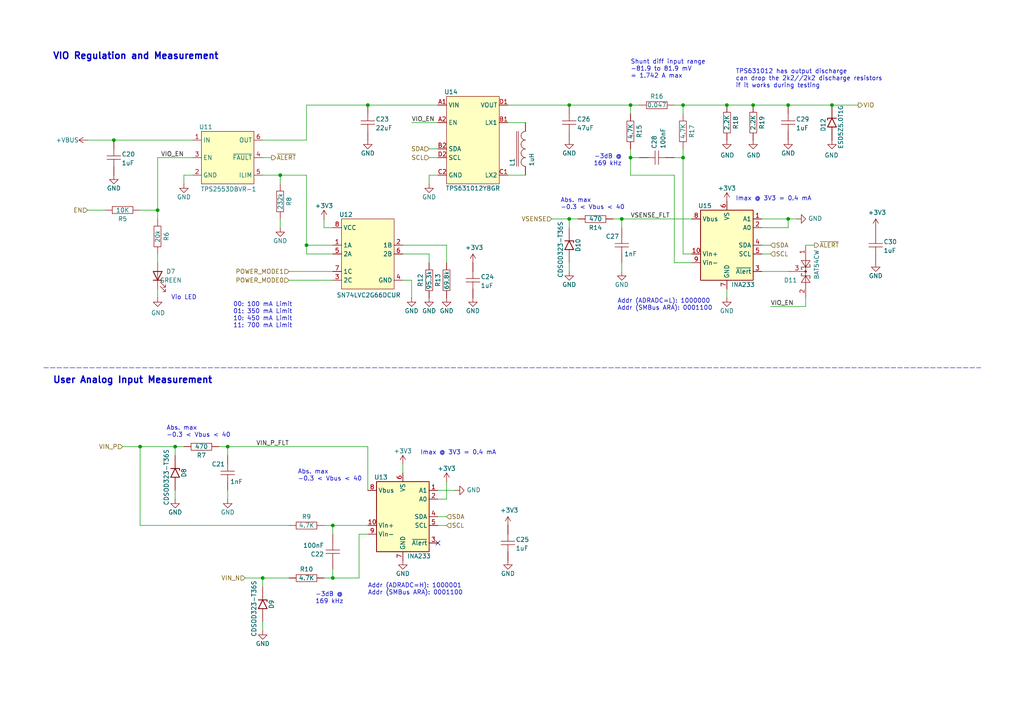
<source format=kicad_sch>
(kicad_sch (version 20250114) (generator "eeschema") (generator_version "9.0")
  (paper "A4")
  (lib_symbols
    (symbol "glasgow_revD_io_wing:CAP 100nF 16V X7R 0402" (pin_numbers (hide yes)) (pin_names (hide yes))
      (property "Reference" "C" (at 0 0 0))
      (property "Value" "100nF" (at 0 0 0))
      (symbol "CAP 100nF 16V X7R 0402_1_0"
        (pin passive line (at 0 5.08 270) (length 2.54) (name "2") (number "2"))
        (pin passive line (at 0 -5.08 90) (length 2.54) (name "1") (number "1"))
      )
    )
    (symbol "glasgow_revD_io_wing:CAP 1nF 50V C0G 0402" (pin_numbers (hide yes)) (pin_names (hide yes))
      (property "Reference" "C" (at 0 0 0))
      (property "Value" "1nF" (at 0 0 0))
      (symbol "CAP 1nF 50V C0G 0402_1_0"
        (pin passive line (at 0 5.08 270) (length 2.54) (name "2") (number "2"))
        (pin passive line (at 0 -5.08 90) (length 2.54) (name "1") (number "1"))
      )
    )
    (symbol "glasgow_revD_io_wing:CAP 1uF 25V X5R 0402" (pin_numbers (hide yes)) (pin_names (hide yes))
      (property "Reference" "C" (at 0 0 0))
      (property "Value" "1uF" (at 0 0 0))
      (symbol "CAP 1uF 25V X5R 0402_1_0"
        (pin passive line (at 0 5.08 270) (length 2.54) (name "1") (number "1"))
        (pin passive line (at 0 -5.08 90) (length 2.54) (name "2") (number "2"))
      )
    )
    (symbol "glasgow_revD_io_wing:CAP 22uF 25V X5R 0805" (pin_numbers (hide yes)) (pin_names (hide yes))
      (property "Reference" "C" (at 0 0 0))
      (property "Value" "22uF" (at 0 0 0))
      (symbol "CAP 22uF 25V X5R 0805_1_0"
        (pin passive line (at 0 5.08 270) (length 2.54) (name "2") (number "2"))
        (pin passive line (at 0 -5.08 90) (length 2.54) (name "1") (number "1"))
      )
    )
    (symbol "glasgow_revD_io_wing:CAP 47uF 6.3V X5R 0805" (pin_numbers (hide yes)) (pin_names (hide yes))
      (property "Reference" "C" (at 0 0 0))
      (property "Value" "47uF" (at 0 0 0))
      (symbol "CAP 47uF 6.3V X5R 0805_1_0"
        (pin passive line (at 0 5.08 270) (length 2.54) (name "2") (number "2"))
        (pin passive line (at 0 -5.08 90) (length 2.54) (name "1") (number "1"))
      )
    )
    (symbol "glasgow_revD_io_wing:DIODE ARRAY 2X CC BAT54CW" (pin_names (offset 1.016))
      (property "Reference" "D" (at 0.635 -3.81 0))
      (property "Value" "BAT54CW" (at -6.35 3.175 0))
      (symbol "DIODE ARRAY 2X CC BAT54CW_1_1"
        (pin passive line (at -7.62 0 0) (length 3.81) (name "~") (number "1"))
        (pin passive line (at 0 -5.08 90) (length 5.08) (name "~") (number "3"))
        (pin passive line (at 7.62 0 180) (length 3.81) (name "~") (number "2"))
      )
    )
    (symbol "glasgow_revD_io_wing:IC ADC INA233"
      (property "Reference" "U" (at -6.35 11.43 0))
      (property "Value" "INA233" (at 4.318 11.43 0))
      (symbol "IC ADC INA233_1_1"
        (pin input line (at -10.16 7.62 0) (length 2.54) (name "Vbus") (number "8"))
        (pin input line (at -10.16 -2.54 0) (length 2.54) (name "Vin+") (number "10"))
        (pin input line (at -10.16 -5.08 0) (length 2.54) (name "Vin-") (number "9"))
        (pin power_in line (at 0 12.7 270) (length 2.54) (name "VS") (number "6"))
        (pin power_in line (at 0 -12.7 90) (length 2.54) (name "GND") (number "7"))
        (pin input line (at 10.16 7.62 180) (length 2.54) (name "A1") (number "1"))
        (pin input line (at 10.16 5.08 180) (length 2.54) (name "A0") (number "2"))
        (pin bidirectional line (at 10.16 0 180) (length 2.54) (name "SDA") (number "4"))
        (pin input line (at 10.16 -2.54 180) (length 2.54) (name "SCL") (number "5"))
        (pin open_collector line (at 10.16 -7.62 180) (length 2.54) (name "~{Alert}") (number "3"))
      )
    )
    (symbol "glasgow_revD_io_wing:IC BUCKBOOST TPS631012YBGR"
      (property "Reference" "U" (at -7.112 1.27 0))
      (property "Value" "TPS631012YBGR" (at 0 -26.67 0))
      (symbol "IC BUCKBOOST TPS631012YBGR_1_1"
        (pin power_in line (at -10.16 -2.54 0) (length 2.54) (name "VIN") (number "A1"))
        (pin input line (at -10.16 -7.62 0) (length 2.54) (name "EN") (number "A2"))
        (pin open_collector line (at -10.16 -15.24 0) (length 2.54) (name "SDA") (number "B2"))
        (pin open_collector line (at -10.16 -17.78 0) (length 2.54) (name "SCL") (number "D2"))
        (pin power_in line (at -10.16 -22.86 0) (length 2.54) (name "GND") (number "C2"))
        (pin power_out line (at 10.16 -2.54 180) (length 2.54) (name "VOUT") (number "D1"))
        (pin power_in line (at 10.16 -7.62 180) (length 2.54) (name "LX1") (number "B1"))
        (pin power_in line (at 10.16 -22.86 180) (length 2.54) (name "LX2") (number "C1"))
      )
    )
    (symbol "glasgow_revD_io_wing:IC SWITCH 2X SPST SN74LVC2G66DCUR"
      (property "Reference" "U" (at -6.858 1.27 0))
      (property "Value" "SN74LVC2G66DCUR" (at 0.254 -22.098 0))
      (symbol "IC SWITCH 2X SPST SN74LVC2G66DCUR_1_1"
        (pin power_in line (at -10.16 -2.54 0) (length 2.54) (name "VCC") (number "8"))
        (pin passive line (at -10.16 -7.62 0) (length 2.54) (name "1A") (number "1"))
        (pin passive line (at -10.16 -10.16 0) (length 2.54) (name "2A") (number "5"))
        (pin input line (at -10.16 -15.24 0) (length 2.54) (name "1C") (number "7"))
        (pin input line (at -10.16 -17.78 0) (length 2.54) (name "2C") (number "3"))
        (pin passive line (at 10.16 -7.62 180) (length 2.54) (name "1B") (number "2"))
        (pin passive line (at 10.16 -10.16 180) (length 2.54) (name "2B") (number "6"))
        (pin power_in line (at 10.16 -17.78 180) (length 2.54) (name "GND") (number "4"))
      )
    )
    (symbol "glasgow_revD_io_wing:IC SWITCH LOAD TPS2553DBVR-1"
      (property "Reference" "U" (at -7.112 1.27 0))
      (property "Value" "TPS2553DBVR-1" (at 0.254 -16.764 0))
      (symbol "IC SWITCH LOAD TPS2553DBVR-1_1_1"
        (pin power_in line (at -10.16 -2.54 0) (length 2.54) (name "IN") (number "1"))
        (pin input line (at -10.16 -7.62 0) (length 2.54) (name "EN") (number "3"))
        (pin power_in line (at -10.16 -12.7 0) (length 2.54) (name "GND") (number "2"))
        (pin power_out line (at 10.16 -2.54 180) (length 2.54) (name "OUT") (number "6"))
        (pin open_collector line (at 10.16 -7.62 180) (length 2.54) (name "~{FAULT}") (number "4"))
        (pin output line (at 10.16 -12.7 180) (length 2.54) (name "ILIM") (number "5"))
      )
    )
    (symbol "glasgow_revD_io_wing:IND 1uH 5.5A 32 MOHM 1210" (pin_numbers (hide yes)) (pin_names (hide yes))
      (property "Reference" "L" (at 0 0 0))
      (property "Value" "1uH" (at 0 0 0))
      (symbol "IND 1uH 5.5A 32 MOHM 1210_1_0"
        (pin passive line (at -7.62 0 0) (length 2.54) (name "1") (number "1"))
        (pin passive line (at 7.62 0 180) (length 2.54) (name "2") (number "2"))
      )
    )
    (symbol "glasgow_revD_io_wing:LED GREEN 0603 NCD0603G1" (pin_numbers (hide yes)) (pin_names (offset 1.016) (hide yes))
      (property "Reference" "D" (at 0 2.54 0))
      (property "Value" "GREEN" (at 0 -2.54 0))
      (symbol "LED GREEN 0603 NCD0603G1_1_1"
        (pin passive line (at -3.81 0 0) (length 2.54) (name "K") (number "1"))
        (pin passive line (at 3.81 0 180) (length 2.54) (name "A") (number "2"))
      )
    )
    (symbol "glasgow_revD_io_wing:RES 0.047 OHM 1% 1/4W 0603" (pin_numbers (hide yes)) (pin_names (hide yes))
      (property "Reference" "R" (at 0 0 0))
      (property "Value" "0.047" (at 0 0 0))
      (symbol "RES 0.047 OHM 1% 1/4W 0603_1_0"
        (pin passive line (at -5.08 0 0) (length 2) (name "1") (number "1"))
        (pin passive line (at 5.08 0 180) (length 2) (name "2") (number "2"))
      )
    )
    (symbol "glasgow_revD_io_wing:RES 10K OHM 1% 1/10W 0402" (pin_numbers (hide yes)) (pin_names (hide yes))
      (property "Reference" "R" (at 0 0 0))
      (property "Value" "10K" (at 0 0 0))
      (symbol "RES 10K OHM 1% 1/10W 0402_1_0"
        (pin passive line (at -5.08 0 0) (length 2) (name "2") (number "2"))
        (pin passive line (at 5.08 0 180) (length 2) (name "1") (number "1"))
      )
    )
    (symbol "glasgow_revD_io_wing:RES 2.2K OHM 1% 1/10W 0402" (pin_numbers (hide yes)) (pin_names (hide yes))
      (property "Reference" "R" (at 0 0 0))
      (property "Value" "2.2K" (at 0 0 0))
      (symbol "RES 2.2K OHM 1% 1/10W 0402_1_0"
        (pin passive line (at -5.08 0 0) (length 2) (name "1") (number "1"))
        (pin passive line (at 5.08 0 180) (length 2) (name "2") (number "2"))
      )
    )
    (symbol "glasgow_revD_io_wing:RES 20K OHM 1% 1/16W 0402" (pin_numbers (hide yes)) (pin_names (hide yes))
      (property "Reference" "R" (at 0 0 0))
      (property "Value" "20k" (at 0 0 0))
      (symbol "RES 20K OHM 1% 1/16W 0402_1_0"
        (pin passive line (at -5.08 0 0) (length 2) (name "2") (number "2"))
        (pin passive line (at 5.08 0 180) (length 2) (name "1") (number "1"))
      )
    )
    (symbol "glasgow_revD_io_wing:RES 232K OHM 1% 1/16W 0402" (pin_numbers (hide yes)) (pin_names (hide yes))
      (property "Reference" "R" (at 0 0 0))
      (property "Value" "232k" (at 0 0 0))
      (symbol "RES 232K OHM 1% 1/16W 0402_1_0"
        (pin passive line (at -5.08 0 0) (length 2) (name "2") (number "2"))
        (pin passive line (at 5.08 0 180) (length 2) (name "1") (number "1"))
      )
    )
    (symbol "glasgow_revD_io_wing:RES 4.7K OHM 1% 1/10W 0402" (pin_numbers (hide yes)) (pin_names (hide yes))
      (property "Reference" "R" (at 0 0 0))
      (property "Value" "4.7K" (at 0 0 0))
      (symbol "RES 4.7K OHM 1% 1/10W 0402_1_0"
        (pin passive line (at -5.08 0 0) (length 2) (name "1") (number "1"))
        (pin passive line (at 5.08 0 180) (length 2) (name "2") (number "2"))
      )
    )
    (symbol "glasgow_revD_io_wing:RES 470 OHM 1% 1/10W 0402" (pin_numbers (hide yes)) (pin_names (hide yes))
      (property "Reference" "R" (at 0 0 0))
      (property "Value" "470" (at 0 0 0))
      (symbol "RES 470 OHM 1% 1/10W 0402_1_0"
        (pin passive line (at -5.08 0 0) (length 2) (name "1") (number "1"))
        (pin passive line (at 5.08 0 180) (length 2) (name "2") (number "2"))
      )
    )
    (symbol "glasgow_revD_io_wing:RES 69.8K OHM 1% 1/16W 0402" (pin_numbers (hide yes)) (pin_names (hide yes))
      (property "Reference" "R" (at 0 0 0))
      (property "Value" "69.8k" (at 0 0 0))
      (symbol "RES 69.8K OHM 1% 1/16W 0402_1_0"
        (pin passive line (at -5.08 0 0) (length 2) (name "2") (number "2"))
        (pin passive line (at 5.08 0 180) (length 2) (name "1") (number "1"))
      )
    )
    (symbol "glasgow_revD_io_wing:RES 95.3K OHM 1% 1/16W 0402" (pin_numbers (hide yes)) (pin_names (hide yes))
      (property "Reference" "R" (at 0 0 0))
      (property "Value" "95.3k" (at 0 0 0))
      (symbol "RES 95.3K OHM 1% 1/16W 0402_1_0"
        (pin passive line (at -5.08 0 0) (length 2) (name "2") (number "2"))
        (pin passive line (at 5.08 0 180) (length 2) (name "1") (number "1"))
      )
    )
    (symbol "glasgow_revD_io_wing:TVS CDSOD323-T36S" (pin_numbers (hide yes)) (pin_names (offset 1.016) (hide yes))
      (property "Reference" "D" (at 0 2.54 0))
      (property "Value" "CDSOD323-T36S" (at 0 -2.54 0))
      (symbol "TVS CDSOD323-T36S_1_1"
        (pin passive line (at -5.08 0 0) (length 3.81) (name "K") (number "1"))
        (pin passive line (at 5.08 0 180) (length 3.81) (name "A") (number "2"))
      )
    )
    (symbol "glasgow_revD_io_wing:TVS ESD5Z5.0T1G" (pin_numbers (hide yes)) (pin_names (offset 1.016) (hide yes))
      (property "Reference" "D" (at 0 2.54 0))
      (property "Value" "ESD5Z5.0T1G" (at 0 -2.54 0))
      (symbol "TVS ESD5Z5.0T1G_1_1"
        (pin passive line (at -5.08 0 0) (length 3.81) (name "K") (number "1"))
        (pin passive line (at 5.08 0 180) (length 3.81) (name "A") (number "2"))
      )
    )
    (symbol "power:+3.3V" (power) (pin_numbers (hide yes)) (pin_names (offset 0) (hide yes))
      (property "Value" "+3.3V" (at 0 3.556 0))
      (symbol "+3.3V_1_1"
        (pin power_in line (at 0 0 90) (length 0) (name "~") (number "1"))
      )
    )
    (symbol "power:GND" (power) (pin_numbers (hide yes)) (pin_names (offset 0) (hide yes))
      (property "Value" "GND" (at 0 -3.81 0))
      (symbol "GND_1_1"
        (pin power_in line (at 0 0 270) (length 0) (name "~") (number "1"))
      )
    )
  )
  (text "Shunt diff input range\n-81.9 to 81.9 mV\n= 1.742 A max" (at 182.88 22.86 0) (effects (font (size 1.27 1.27)) (justify left bottom)))
  (text "Addr (ADRADC=H): 1000001\nAddr (SMBus ARA): 0001100" (at 106.68 172.72 0) (effects (font (size 1.27 1.27)) (justify left bottom)))
  (text "Addr (ADRADC=L): 1000000\nAddr (SMBus ARA): 0001100" (at 179.07 90.17 0) (effects (font (size 1.27 1.27)) (justify left bottom)))
  (text "TPS631012 has output discharge\ncan drop the 2k2//2k2 discharge resistors\nif it works during testing" (at 213.36 22.86 0) (effects (font (size 1.27 1.27)) (justify left)))
  (text "Abs. max\n-0.3 < Vbus < 40\n" (at 162.56 60.96 0) (effects (font (size 1.27 1.27)) (justify left bottom)))
  (text "00: 100 mA Limit\n01: 350 mA Limit\n10: 450 mA Limit\n11: 700 mA Limit\n" (at 76.2 91.44 0) (effects (font (size 1.27 1.27))))
  (text "Abs. max\n-0.3 < Vbus < 40\n" (at 86.36 139.7 0) (effects (font (size 1.27 1.27)) (justify left bottom)))
  (text "Imax @ 3V3 = 0.4 mA" (at 121.92 132.08 0) (effects (font (size 1.27 1.27)) (justify left bottom)))
  (text "VIO Regulation and Measurement" (at 15.24 15.24 0) (effects (font (size 1.905 1.905) (thickness 0.381) (bold yes)) (justify left top)))
  (text "Vio LED" (at 53.34 86.36 0) (effects (font (size 1.27 1.27))))
  (text "-3dB @\n169 kHz" (at 91.44 175.26 0) (effects (font (size 1.27 1.27)) (justify left bottom)))
  (text "User Analog Input Measurement" (at 15.24 109.22 0) (effects (font (size 1.905 1.905) (thickness 0.381) (bold yes)) (justify left top)))
  (text "Abs. max\n-0.3 < Vbus < 40\n" (at 48.26 127 0) (effects (font (size 1.27 1.27)) (justify left bottom)))
  (text "Imax @ 3V3 = 0.4 mA" (at 213.36 58.42 0) (effects (font (size 1.27 1.27)) (justify left bottom)))
  (text "-3dB @\n169 kHz" (at 180.34 48.26 0) (effects (font (size 1.27 1.27)) (justify right bottom)))
  (junction (at 210.82 30.48))
  (junction (at 165.1 63.5))
  (junction (at 180.34 63.5))
  (junction (at 50.8 129.54))
  (junction (at 88.9 71.12))
  (junction (at 96.52 167.64))
  (junction (at 40.64 129.54))
  (junction (at 228.6 63.5))
  (junction (at 66.04 129.54))
  (junction (at 182.88 45.72))
  (junction (at 33.02 40.64))
  (junction (at 165.1 30.48))
  (junction (at 182.88 30.48))
  (junction (at 106.68 30.48))
  (junction (at 96.52 152.4))
  (junction (at 76.2 167.64))
  (junction (at 198.12 30.48))
  (junction (at 241.3 30.48))
  (junction (at 198.12 45.72))
  (junction (at 228.6 30.48))
  (junction (at 218.44 30.48))
  (junction (at 45.72 60.96))
  (junction (at 81.28 50.8))
  (no_connect (at 127 157.48))
  (wire (pts (xy 116.84 73.66) (xy 124.46 73.66)))
  (wire (pts (xy 228.6 66.04) (xy 220.98 66.04)))
  (wire (pts (xy 180.34 76.2) (xy 180.34 78.74)))
  (wire (pts (xy 96.52 167.64) (xy 104.14 167.64)))
  (wire (pts (xy 223.52 88.9) (xy 233.68 88.9)))
  (wire (pts (xy 40.64 60.96) (xy 45.72 60.96)))
  (wire (pts (xy 124.46 50.8) (xy 124.46 53.34)))
  (wire (pts (xy 129.54 139.7) (xy 129.54 144.78)))
  (wire (pts (xy 228.6 30.48) (xy 241.3 30.48)))
  (wire (pts (xy 71.12 167.64) (xy 76.2 167.64)))
  (wire (pts (xy 83.82 81.28) (xy 96.52 81.28)))
  (wire (pts (xy 40.64 152.4) (xy 83.82 152.4)))
  (wire (pts (xy 96.52 167.64) (xy 96.52 165.1)))
  (wire (pts (xy 132.08 142.24) (xy 127 142.24)))
  (wire (pts (xy 93.98 63.5) (xy 93.98 66.04)))
  (wire (pts (xy 25.4 60.96) (xy 30.48 60.96)))
  (wire (pts (xy 210.82 83.82) (xy 210.82 86.36)))
  (wire (pts (xy 76.2 167.64) (xy 83.82 167.64)))
  (wire (pts (xy 198.12 30.48) (xy 210.82 30.48)))
  (polyline (pts (xy 12.7 106.68) (xy 284.48 106.68)) (stroke (width 0.127) (type dash)))
  (wire (pts (xy 45.72 60.96) (xy 45.72 63.5)))
  (wire (pts (xy 165.1 63.5) (xy 167.64 63.5)))
  (wire (pts (xy 129.54 144.78) (xy 127 144.78)))
  (wire (pts (xy 182.88 43.18) (xy 182.88 45.72)))
  (wire (pts (xy 182.88 30.48) (xy 185.42 30.48)))
  (wire (pts (xy 195.58 76.2) (xy 200.66 76.2)))
  (wire (pts (xy 33.02 40.64) (xy 55.88 40.64)))
  (wire (pts (xy 124.46 73.66) (xy 124.46 76.2)))
  (wire (pts (xy 50.8 142.24) (xy 50.8 144.78)))
  (wire (pts (xy 40.64 129.54) (xy 40.64 152.4)))
  (wire (pts (xy 88.9 30.48) (xy 106.68 30.48)))
  (wire (pts (xy 195.58 45.72) (xy 198.12 45.72)))
  (wire (pts (xy 236.22 71.12) (xy 233.68 71.12)))
  (wire (pts (xy 45.72 73.66) (xy 45.72 76.2)))
  (wire (pts (xy 119.38 81.28) (xy 116.84 81.28)))
  (wire (pts (xy 50.8 129.54) (xy 53.34 129.54)))
  (wire (pts (xy 55.88 50.8) (xy 53.34 50.8)))
  (wire (pts (xy 129.54 149.86) (xy 127 149.86)))
  (wire (pts (xy 218.44 30.48) (xy 228.6 30.48)))
  (wire (pts (xy 93.98 66.04) (xy 96.52 66.04)))
  (wire (pts (xy 241.3 30.48) (xy 248.92 30.48)))
  (wire (pts (xy 182.88 45.72) (xy 182.88 50.8)))
  (wire (pts (xy 88.9 71.12) (xy 96.52 71.12)))
  (wire (pts (xy 106.68 30.48) (xy 127 30.48)))
  (wire (pts (xy 228.6 63.5) (xy 228.6 66.04)))
  (wire (pts (xy 40.64 129.54) (xy 50.8 129.54)))
  (wire (pts (xy 119.38 35.56) (xy 127 35.56)))
  (wire (pts (xy 124.46 43.18) (xy 127 43.18)))
  (wire (pts (xy 147.32 50.8) (xy 152.4 50.8)))
  (wire (pts (xy 104.14 154.94) (xy 104.14 167.64)))
  (wire (pts (xy 165.1 76.2) (xy 165.1 78.74)))
  (wire (pts (xy 165.1 63.5) (xy 165.1 66.04)))
  (wire (pts (xy 81.28 50.8) (xy 88.9 50.8)))
  (wire (pts (xy 147.32 35.56) (xy 152.4 35.56)))
  (wire (pts (xy 76.2 50.8) (xy 81.28 50.8)))
  (wire (pts (xy 76.2 182.88) (xy 76.2 180.34)))
  (wire (pts (xy 106.68 154.94) (xy 104.14 154.94)))
  (wire (pts (xy 83.82 78.74) (xy 96.52 78.74)))
  (wire (pts (xy 220.98 73.66) (xy 223.52 73.66)))
  (wire (pts (xy 66.04 129.54) (xy 106.68 129.54)))
  (wire (pts (xy 116.84 137.16) (xy 116.84 134.62)))
  (wire (pts (xy 88.9 50.8) (xy 88.9 71.12)))
  (wire (pts (xy 195.58 30.48) (xy 198.12 30.48)))
  (wire (pts (xy 88.9 71.12) (xy 88.9 73.66)))
  (wire (pts (xy 53.34 50.8) (xy 53.34 53.34)))
  (wire (pts (xy 76.2 167.64) (xy 76.2 170.18)))
  (wire (pts (xy 96.52 152.4) (xy 106.68 152.4)))
  (wire (pts (xy 63.5 129.54) (xy 66.04 129.54)))
  (wire (pts (xy 180.34 63.5) (xy 200.66 63.5)))
  (wire (pts (xy 45.72 45.72) (xy 55.88 45.72)))
  (wire (pts (xy 66.04 142.24) (xy 66.04 144.78)))
  (wire (pts (xy 198.12 73.66) (xy 200.66 73.66)))
  (wire (pts (xy 147.32 30.48) (xy 165.1 30.48)))
  (wire (pts (xy 81.28 50.8) (xy 81.28 53.34)))
  (wire (pts (xy 228.6 63.5) (xy 220.98 63.5)))
  (wire (pts (xy 223.52 71.12) (xy 220.98 71.12)))
  (wire (pts (xy 198.12 33.02) (xy 198.12 30.48)))
  (wire (pts (xy 35.56 129.54) (xy 40.64 129.54)))
  (wire (pts (xy 50.8 129.54) (xy 50.8 132.08)))
  (wire (pts (xy 129.54 71.12) (xy 129.54 76.2)))
  (wire (pts (xy 165.1 30.48) (xy 182.88 30.48)))
  (wire (pts (xy 182.88 50.8) (xy 195.58 50.8)))
  (wire (pts (xy 81.28 63.5) (xy 81.28 66.04)))
  (wire (pts (xy 160.02 63.5) (xy 165.1 63.5)))
  (wire (pts (xy 233.68 88.9) (xy 233.68 86.36)))
  (wire (pts (xy 198.12 45.72) (xy 198.12 73.66)))
  (wire (pts (xy 127 50.8) (xy 124.46 50.8)))
  (wire (pts (xy 231.14 63.5) (xy 228.6 63.5)))
  (wire (pts (xy 93.98 152.4) (xy 96.52 152.4)))
  (wire (pts (xy 88.9 40.64) (xy 88.9 30.48)))
  (wire (pts (xy 76.2 45.72) (xy 78.74 45.72)))
  (wire (pts (xy 177.8 63.5) (xy 180.34 63.5)))
  (wire (pts (xy 127 152.4) (xy 129.54 152.4)))
  (wire (pts (xy 127 45.72) (xy 124.46 45.72)))
  (wire (pts (xy 25.4 40.64) (xy 33.02 40.64)))
  (wire (pts (xy 96.52 154.94) (xy 96.52 152.4)))
  (wire (pts (xy 119.38 81.28) (xy 119.38 86.36)))
  (wire (pts (xy 45.72 86.36) (xy 45.72 83.82)))
  (wire (pts (xy 66.04 129.54) (xy 66.04 132.08)))
  (wire (pts (xy 116.84 71.12) (xy 129.54 71.12)))
  (wire (pts (xy 195.58 76.2) (xy 195.58 50.8)))
  (wire (pts (xy 96.52 73.66) (xy 88.9 73.66)))
  (wire (pts (xy 182.88 45.72) (xy 185.42 45.72)))
  (wire (pts (xy 106.68 129.54) (xy 106.68 142.24)))
  (wire (pts (xy 76.2 40.64) (xy 88.9 40.64)))
  (wire (pts (xy 93.98 167.64) (xy 96.52 167.64)))
  (wire (pts (xy 210.82 30.48) (xy 218.44 30.48)))
  (wire (pts (xy 220.98 78.74) (xy 228.6 78.74)))
  (wire (pts (xy 45.72 60.96) (xy 45.72 45.72)))
  (wire (pts (xy 180.34 63.5) (xy 180.34 66.04)))
  (wire (pts (xy 198.12 43.18) (xy 198.12 45.72)))
  (wire (pts (xy 182.88 33.02) (xy 182.88 30.48)))
  (label "VIO_EN" (at 119.38 35.56 0))
  (label "VIO_EN" (at 53.34 45.72 180))
  (label "VIN_P_FLT" (at 83.82 129.54 180))
  (label "VIO_EN" (at 223.52 88.9 0))
  (label "VSENSE_FLT" (at 182.88 63.5 0))
  (hierarchical_label "EN" (shape input) (at 25.4 60.96 180))
  (hierarchical_label "POWER_MODE0" (shape input) (at 83.82 81.28 180))
  (hierarchical_label "VSENSE" (shape input) (at 160.02 63.5 180))
  (hierarchical_label "SDA" (shape input) (at 129.54 149.86 0))
  (hierarchical_label "~{ALERT}" (shape output) (at 236.22 71.12 0))
  (hierarchical_label "VIO" (shape output) (at 248.92 30.48 0))
  (hierarchical_label "POWER_MODE1" (shape input) (at 83.82 78.74 180))
  (hierarchical_label "VIN_N" (shape input) (at 71.12 167.64 180))
  (hierarchical_label "SDA" (shape input) (at 124.46 43.18 180))
  (hierarchical_label "SDA" (shape input) (at 223.52 71.12 0))
  (hierarchical_label "~{ALERT}" (shape output) (at 78.74 45.72 0))
  (hierarchical_label "VIN_P" (shape input) (at 35.56 129.54 180))
  (hierarchical_label "SCL" (shape input) (at 223.52 73.66 0))
  (hierarchical_label "SCL" (shape input) (at 129.54 152.4 0))
  (hierarchical_label "SCL" (shape input) (at 124.46 45.72 180))
  (symbol (lib_id "glasgow_revD_io_wing:RES 2.2K OHM 1% 1/10W 0402") (at 210.82 35.56 270) (unit 1)
    (property "Reference" "R18" (at 213.36 35.56 0))
    (property "Value" "2.2K" (at 210.82 35.56 0))
    (property "Footprint" "glasgow_revD_io_wing:GEN_R_0402" (effects (hide yes)))
    (property "Datasheet" "https://www.mouser.com/datasheet/2/447/PYu-RC_Group_51_RoHS_L_10-1527934.pdf" (effects (hide yes)))
    (property "TOLERANCE" "1%" (effects (hide yes)))
    (property "PACKAGE" "0402" (effects (hide yes)))
    (property "SUPPLIER 1" "Mouser" (effects (hide yes)))
    (property "SUPPLIER PART NUMBER 1" "603-RC0402FR-132K2L" (effects (hide yes)))
    (property "MANUFACTURER" "Yageo" (effects (hide yes)))
    (property "MANUFACTURER PART NUMBER" "RC0402FR-132K2L" (effects (hide yes)))
  )
  (symbol (lib_id "power:GND") (at 210.82 40.64 0) (unit 1)
    (property "Reference" "#PWR084" (effects (hide yes)))
    (property "Value" "GND" (at 210.947 45.0342 0))
    (property "Description" "Power symbol creates a global label with name \"GND\" , ground" (effects (hide yes)))
  )
  (symbol (lib_id "glasgow_revD_io_wing:RES 2.2K OHM 1% 1/10W 0402") (at 218.44 35.56 270) (unit 1)
    (property "Reference" "R19" (at 220.98 35.56 0))
    (property "Value" "2.2K" (at 218.44 35.56 0))
    (property "Footprint" "glasgow_revD_io_wing:GEN_R_0402" (effects (hide yes)))
    (property "Datasheet" "https://www.mouser.com/datasheet/2/447/PYu-RC_Group_51_RoHS_L_10-1527934.pdf" (effects (hide yes)))
    (property "TOLERANCE" "1%" (effects (hide yes)))
    (property "PACKAGE" "0402" (effects (hide yes)))
    (property "SUPPLIER 1" "Mouser" (effects (hide yes)))
    (property "SUPPLIER PART NUMBER 1" "603-RC0402FR-132K2L" (effects (hide yes)))
    (property "MANUFACTURER" "Yageo" (effects (hide yes)))
    (property "MANUFACTURER PART NUMBER" "RC0402FR-132K2L" (effects (hide yes)))
  )
  (symbol (lib_id "power:GND") (at 180.34 78.74 0) (unit 1)
    (property "Reference" "#PWR081" (effects (hide yes)))
    (property "Value" "GND" (at 180.34 82.55 0))
    (property "Description" "Power symbol creates a global label with name \"GND\" , ground" (effects (hide yes)))
  )
  (symbol (lib_id "power:GND") (at 106.68 40.64 0) (unit 1)
    (property "Reference" "#PWR066" (effects (hide yes)))
    (property "Value" "GND" (at 106.68 44.45 0))
    (property "Description" "Power symbol creates a global label with name \"GND\" , ground" (effects (hide yes)))
  )
  (symbol (lib_id "glasgow_revD_io_wing:CAP 1nF 50V C0G 0402") (at 66.04 137.16 180) (unit 1)
    (property "Reference" "C21" (at 65.278 134.62 0) (effects (justify left)))
    (property "Value" "1nF" (at 68.58 139.7 0))
    (property "Footprint" "glasgow_revD_io_wing:GEN_C_0402" (effects (hide yes)))
    (property "PACKAGE" "0402" (effects (hide yes)))
    (property "VOLTAGE RATING" "50V" (effects (hide yes)))
    (property "SUPPLIER 1" "Mouser" (effects (hide yes)))
    (property "SUPPLIER PART NUMBER 1" "81-GRM1555C1H102FA1D" (effects (hide yes)))
    (property "MANUFACTURER" "Murata" (effects (hide yes)))
    (property "MANUFACTURER PART NUMBER" "GRM1555C1H102FA01D" (effects (hide yes)))
  )
  (symbol (lib_id "power:GND") (at 241.3 40.64 0) (mirror y) (unit 1)
    (property "Reference" "#PWR088" (effects (hide yes)))
    (property "Value" "GND" (at 241.173 45.0342 0))
    (property "Description" "Power symbol creates a global label with name \"GND\" , ground" (effects (hide yes)))
  )
  (symbol (lib_id "power:+3.3V") (at 210.82 58.42 0) (unit 1)
    (property "Reference" "#PWR082" (effects (hide yes)))
    (property "Value" "+3V3" (at 210.82 54.61 0))
    (property "Description" "Power symbol creates a global label with name \"+3.3V\"" (effects (hide yes)))
  )
  (symbol (lib_id "glasgow_revD_io_wing:TVS CDSOD323-T36S") (at 76.2 175.26 270) (unit 1)
    (property "Reference" "D9" (at 78.74 175.26 0))
    (property "Value" "CDSOD323-T36S" (at 73.66 176.53 0))
    (property "Footprint" "glasgow_revD_io_wing:D_SOD-323" (effects (hide yes)))
    (property "Datasheet" "https://www.bourns.com/docs/Product-Datasheets/CDSOD323-TxxSC.pdf" (effects (hide yes)))
    (property "MANUFACTURER" "Bourns" (effects (hide yes)))
    (property "MANUFACTURER PART NUMBER" "CDSOD323-T36S" (effects (hide yes)))
  )
  (symbol (lib_id "power:GND") (at 165.1 40.64 0) (unit 1)
    (property "Reference" "#PWR079" (effects (hide yes)))
    (property "Value" "GND" (at 165.1 44.45 0))
    (property "Description" "Power symbol creates a global label with name \"GND\" , ground" (effects (hide yes)))
  )
  (symbol (lib_id "power:GND") (at 124.46 86.36 0) (unit 1)
    (property "Reference" "#PWR071" (effects (hide yes)))
    (property "Value" "GND" (at 124.46 90.17 0))
    (property "Description" "Power symbol creates a global label with name \"GND\" , ground" (effects (hide yes)))
  )
  (symbol (lib_id "glasgow_revD_io_wing:IC ADC INA233") (at 116.84 149.86 0) (unit 1)
    (property "Reference" "U13" (at 110.49 138.43 0))
    (property "Value" "INA233" (at 118.11 161.29 0) (effects (justify left)))
    (property "Footprint" "glasgow_revD_io_wing:VSSOP-10_3x3mm_P0.5mm" (effects (hide yes)))
    (property "Datasheet" "https://www.ti.com/lit/ds/symlink/ina233.pdf" (effects (hide yes)))
    (property "Description" "High-Side or Low-Side Measurement, Bi-Directional Current and Power Monitor (0-36V) with I2C, SMBus-, and PMBus-Compatible Interface, VSSOP-10" (effects (hide yes)))
    (property "MANUFACTURER" "Texas Instruments" (effects (hide yes)))
    (property "MANUFACTURER PART NUMBER" "INA233AIDGSR" (effects (hide yes)))
  )
  (symbol (lib_id "glasgow_revD_io_wing:RES 0.047 OHM 1% 1/4W 0603") (at 190.5 30.48 0) (unit 1)
    (property "Reference" "R16" (at 190.5 27.94 0))
    (property "Value" "0.047" (at 190.5 30.48 0))
    (property "Footprint" "glasgow_revD_io_wing:GEN_R_0603" (effects (hide yes)))
    (property "TOLERANCE" "1%" (effects (hide yes)))
    (property "SUPPLIER 1" "Mouser" (effects (hide yes)))
    (property "SUPPLIER PART NUMBER 1" "754-RL0816T-R047-F" (effects (hide yes)))
    (property "PACKAGE" "0603" (effects (hide yes)))
    (property "MANUFACTURER" "Susumu" (effects (hide yes)))
    (property "MANUFACTURER PART NUMBER" "RL0816T-R047-F" (effects (hide yes)))
  )
  (symbol (lib_id "glasgow_revD_io_wing:CAP 1nF 50V C0G 0402") (at 180.34 71.12 180) (unit 1)
    (property "Reference" "C27" (at 179.578 68.58 0) (effects (justify left)))
    (property "Value" "1nF" (at 182.88 73.66 0))
    (property "Footprint" "glasgow_revD_io_wing:GEN_C_0402" (effects (hide yes)))
    (property "PACKAGE" "0402" (effects (hide yes)))
    (property "VOLTAGE RATING" "50V" (effects (hide yes)))
    (property "SUPPLIER 1" "Mouser" (effects (hide yes)))
    (property "SUPPLIER PART NUMBER 1" "81-GRM1555C1H102FA1D" (effects (hide yes)))
    (property "MANUFACTURER" "Murata" (effects (hide yes)))
    (property "MANUFACTURER PART NUMBER" "GRM1555C1H102FA01D" (effects (hide yes)))
  )
  (symbol (lib_id "power:+3.3V") (at 116.84 134.62 0) (unit 1)
    (property "Reference" "#PWR067" (effects (hide yes)))
    (property "Value" "+3V3" (at 116.84 130.81 0))
    (property "Description" "Power symbol creates a global label with name \"+3.3V\"" (effects (hide yes)))
  )
  (symbol (lib_id "glasgow_revD_io_wing:RES 4.7K OHM 1% 1/10W 0402") (at 88.9 152.4 180) (unit 1)
    (property "Reference" "R9" (at 88.9 149.86 0))
    (property "Value" "4.7K" (at 88.9 152.4 0))
    (property "Footprint" "glasgow_revD_io_wing:GEN_R_0402" (effects (hide yes)))
    (property "TOLERANCE" "1%" (effects (hide yes)))
    (property "PACKAGE" "0402" (effects (hide yes)))
    (property "SUPPLIER 1" "Mouser" (effects (hide yes)))
    (property "SUPPLIER PART NUMBER 1" "667-ERJ-2RKF4701X" (effects (hide yes)))
    (property "MANUFACTURER" "Panasonic" (effects (hide yes)))
    (property "MANUFACTURER PART NUMBER" "ERJ-2RKF4701X" (effects (hide yes)))
  )
  (symbol (lib_id "power:GND") (at 254 76.2 0) (unit 1)
    (property "Reference" "#PWR090" (effects (hide yes)))
    (property "Value" "GND" (at 254 80.01 0))
    (property "Description" "Power symbol creates a global label with name \"GND\" , ground" (effects (hide yes)))
  )
  (symbol (lib_id "power:GND") (at 50.8 144.78 0) (unit 1)
    (property "Reference" "#PWR060" (effects (hide yes)))
    (property "Value" "GND" (at 50.8 148.59 0))
    (property "Description" "Power symbol creates a global label with name \"GND\" , ground" (effects (hide yes)))
  )
  (symbol (lib_id "power:GND") (at 124.46 53.34 0) (unit 1)
    (property "Reference" "#PWR070" (effects (hide yes)))
    (property "Value" "GND" (at 124.46 57.15 0))
    (property "Description" "Power symbol creates a global label with name \"GND\" , ground" (effects (hide yes)))
  )
  (symbol (lib_id "glasgow_revD_io_wing:CAP 1uF 25V X5R 0402") (at 33.02 45.72 0) (unit 1)
    (property "Reference" "C20" (at 35.274 45.466 0) (effects (justify left bottom)))
    (property "Value" "1uF" (at 35.274 48.006 0) (effects (justify left bottom)))
    (property "Footprint" "glasgow_revD_io_wing:GEN_C_0402" (effects (hide yes)))
    (property "PACKAGE" "0402" (effects (hide yes)))
    (property "VOLTAGE RATING" "25V" (effects (hide yes)))
    (property "SUPPLIER 1" "Mouser" (effects (hide yes)))
    (property "SUPPLIER PART NUMBER 1" "81-GRM155R61E105KA2D" (effects (hide yes)))
    (property "MANUFACTURER" "Murata" (effects (hide yes)))
    (property "MANUFACTURER PART NUMBER" "GRM155R61E105KA12D" (effects (hide yes)))
  )
  (symbol (lib_id "power:+3.3V") (at 93.98 63.5 0) (unit 1)
    (property "Reference" "#PWR065" (effects (hide yes)))
    (property "Value" "+3V3" (at 93.98 59.69 0))
    (property "Description" "Power symbol creates a global label with name \"+3.3V\"" (effects (hide yes)))
  )
  (symbol (lib_id "glasgow_revD_io_wing:IC SWITCH 2X SPST SN74LVC2G66DCUR") (at 106.68 63.5 0) (unit 1)
    (property "Reference" "U12" (at 100.33 62.23 0))
    (property "Value" "SN74LVC2G66DCUR" (at 106.934 85.598 0))
    (property "Footprint" "glasgow_revD_io_wing:Texas_VSSOP-8_2x3.1mm_P0.9" (effects (hide yes)))
    (property "Datasheet" "https://www.ti.com/lit/ds/symlink/sn74lvc2g66.pdf" (effects (hide yes)))
    (property "MANUFACTURER" "Texas Instruments" (effects (hide yes)))
    (property "MANUFACTURER PART NUMBER" "SN74LVC2G66DCUR" (effects (hide yes)))
    (property "SUPPLIER 1" "Mouser" (effects (hide yes)))
    (property "SUPPLIER PART NUMBER 1" "595-SN74LVC2G66DCUR" (effects (hide yes)))
  )
  (symbol (lib_id "glasgow_revD_io_wing:RES 69.8K OHM 1% 1/16W 0402") (at 129.54 81.28 90) (unit 1)
    (property "Reference" "R13" (at 127 81.28 0))
    (property "Value" "69.8k" (at 129.54 81.28 0))
    (property "Footprint" "glasgow_revD_io_wing:GEN_R_0402" (effects (hide yes)))
    (property "TOLERANCE" "1%" (effects (hide yes)))
    (property "PACKAGE" "0402" (effects (hide yes)))
    (property "SUPPLIER 1" "Mouser" (effects (hide yes)))
    (property "SUPPLIER PART NUMBER 1" "603-RC0402FR-0769K8L" (effects (hide yes)))
    (property "MANUFACTURER" "Yageo" (effects (hide yes)))
    (property "MANUFACTURER PART NUMBER" "RC0402FR-0769K8L" (effects (hide yes)))
  )
  (symbol (lib_id "glasgow_revD_io_wing:IND 1uH 5.5A 32 MOHM 1210") (at 152.4 43.18 90) (unit 1)
    (property "Reference" "L1" (at 148.59 48.26 0) (effects (justify left)))
    (property "Value" "1uH" (at 154.94 48.26 0) (effects (justify left bottom)))
    (property "Footprint" "glasgow_revD_io_wing:GEN_L_1210" (effects (hide yes)))
    (property "SUPPLIER 1" "Mouser" (effects (hide yes)))
    (property "SUPPLIER PART NUMBER 1" "652-SRP3212-1R0M" (effects (hide yes)))
    (property "HOUSE PART NUMBER" "SRP3212-1R0M" (effects (hide yes)))
    (property "MANUFACTURER" "Bourns" (effects (hide yes)))
    (property "MANUFACTURER PART NUMBER" "SRP3212-1R0M" (effects (hide yes)))
  )
  (symbol (lib_id "power:GND") (at 66.04 144.78 0) (unit 1)
    (property "Reference" "#PWR062" (effects (hide yes)))
    (property "Value" "GND" (at 66.04 148.59 0))
    (property "Description" "Power symbol creates a global label with name \"GND\" , ground" (effects (hide yes)))
  )
  (symbol (lib_id "power:GND") (at 116.84 162.56 0) (unit 1)
    (property "Reference" "#PWR068" (effects (hide yes)))
    (property "Value" "GND" (at 116.84 166.37 0))
    (property "Description" "Power symbol creates a global label with name \"GND\" , ground" (effects (hide yes)))
  )
  (symbol (lib_id "glasgow_revD_io_wing:RES 232K OHM 1% 1/16W 0402") (at 81.28 58.42 90) (unit 1)
    (property "Reference" "R8" (at 83.82 58.42 0))
    (property "Value" "232k" (at 81.28 58.42 0))
    (property "Footprint" "glasgow_revD_io_wing:GEN_R_0402" (effects (hide yes)))
    (property "TOLERANCE" "1%" (effects (hide yes)))
    (property "PACKAGE" "0402" (effects (hide yes)))
    (property "SUPPLIER 1" "Mouser" (effects (hide yes)))
    (property "SUPPLIER PART NUMBER 1" "603-RC0402FR-13232KL" (effects (hide yes)))
    (property "MANUFACTURER" "Yageo" (effects (hide yes)))
    (property "MANUFACTURER PART NUMBER" "RC0402FR-13232KL" (effects (hide yes)))
  )
  (symbol (lib_id "power:GND") (at 45.72 86.36 0) (unit 1)
    (property "Reference" "#PWR059" (effects (hide yes)))
    (property "Value" "GND" (at 45.847 90.7542 0))
    (property "Description" "Power symbol creates a global label with name \"GND\" , ground" (effects (hide yes)))
  )
  (symbol (lib_id "glasgow_revD_io_wing:IC BUCKBOOST TPS631012YBGR") (at 137.16 27.94 0) (unit 1)
    (property "Reference" "U14" (at 130.81 26.67 0))
    (property "Value" "TPS631012YBGR" (at 137.16 54.61 0))
    (property "Footprint" "glasgow_revD_io_wing:Texas_DSBGA-8_0.9x1.9mm_Layout2x4_P0.5mm" (effects (hide yes)))
    (property "Datasheet" "https://www.ti.com/lit/ds/symlink/tps631012.pdf" (effects (hide yes)))
    (property "MANUFACTURER" "Texas Instruments" (effects (hide yes)))
    (property "MANUFACTURER PART NUMBER" "TPS631012YBGR" (effects (hide yes)))
    (property "SUPPLIER 1" "Mouser" (effects (hide yes)))
    (property "SUPPLIER PART NUMBER 1" "595-TPS631012YBGR" (effects (hide yes)))
  )
  (symbol (lib_id "glasgow_revD_io_wing:CAP 1uF 25V X5R 0402") (at 137.16 81.28 0) (unit 1)
    (property "Reference" "C24" (at 139.414 81.026 0) (effects (justify left bottom)))
    (property "Value" "1uF" (at 139.414 83.566 0) (effects (justify left bottom)))
    (property "Footprint" "glasgow_revD_io_wing:GEN_C_0402" (effects (hide yes)))
    (property "PACKAGE" "0402" (effects (hide yes)))
    (property "VOLTAGE RATING" "25V" (effects (hide yes)))
    (property "SUPPLIER 1" "Mouser" (effects (hide yes)))
    (property "SUPPLIER PART NUMBER 1" "81-GRM155R61E105KA2D" (effects (hide yes)))
    (property "MANUFACTURER" "Murata" (effects (hide yes)))
    (property "MANUFACTURER PART NUMBER" "GRM155R61E105KA12D" (effects (hide yes)))
  )
  (symbol (lib_id "power:GND") (at 81.28 66.04 0) (unit 1)
    (property "Reference" "#PWR064" (effects (hide yes)))
    (property "Value" "GND" (at 81.28 69.85 0))
    (property "Description" "Power symbol creates a global label with name \"GND\" , ground" (effects (hide yes)))
  )
  (symbol (lib_id "glasgow_revD_io_wing:DIODE ARRAY 2X CC BAT54CW") (at 233.68 78.74 270) (unit 1)
    (property "Reference" "D11" (at 227.33 81.28 90) (effects (justify left)))
    (property "Value" "BAT54CW" (at 236.855 72.39 0) (effects (justify left)))
    (property "Footprint" "glasgow_revD_io_wing:SOT-323_SC-70" (effects (hide yes)))
    (property "Datasheet" "https://assets.nexperia.com/documents/data-sheet/BAT54W_SER.pdf" (effects (hide yes)))
    (property "Description" "Dual schottky barrier diode, common cathode, SOT-323" (effects (hide yes)))
    (property "MANUFACTURER" "Diodes Inc." (effects (hide yes)))
    (property "MANUFACTURER PART NUMBER" "BAT54CW-7-F" (effects (hide yes)))
  )
  (symbol (lib_id "glasgow_revD_io_wing:TVS CDSOD323-T36S") (at 50.8 137.16 270) (unit 1)
    (property "Reference" "D8" (at 53.34 137.16 0))
    (property "Value" "CDSOD323-T36S" (at 48.26 138.43 0))
    (property "Footprint" "glasgow_revD_io_wing:D_SOD-323" (effects (hide yes)))
    (property "Datasheet" "https://www.bourns.com/docs/Product-Datasheets/CDSOD323-TxxSC.pdf" (effects (hide yes)))
    (property "MANUFACTURER" "Bourns" (effects (hide yes)))
    (property "MANUFACTURER PART NUMBER" "CDSOD323-T36S" (effects (hide yes)))
  )
  (symbol (lib_id "glasgow_revD_io_wing:CAP 100nF 16V X7R 0402") (at 190.5 45.72 90) (unit 1)
    (property "Reference" "C28" (at 190.5 43.18 0) (effects (justify left bottom)))
    (property "Value" "100nF" (at 193.04 43.18 0) (effects (justify left bottom)))
    (property "Footprint" "glasgow_revD_io_wing:GEN_C_0402" (effects (hide yes)))
    (property "PACKAGE" "0402" (effects (hide yes)))
    (property "VOLTAGE RATING" "16V" (effects (hide yes)))
    (property "SUPPLIER 1" "Mouser" (effects (hide yes)))
    (property "SUPPLIER PART NUMBER 1" "81-GCM155R71C104KA5D" (effects (hide yes)))
    (property "HOUSE PART NUMBER" "C-100nF-0402-002" (effects (hide yes)))
    (property "MANUFACTURER" "Murata" (effects (hide yes)))
    (property "MANUFACTURER PART NUMBER" "GCM155R71C104KA55D" (effects (hide yes)))
  )
  (symbol (lib_id "power:GND") (at 218.44 40.64 0) (unit 1)
    (property "Reference" "#PWR085" (effects (hide yes)))
    (property "Value" "GND" (at 218.567 45.0342 0))
    (property "Description" "Power symbol creates a global label with name \"GND\" , ground" (effects (hide yes)))
  )
  (symbol (lib_id "power:GND") (at 165.1 78.74 0) (unit 1)
    (property "Reference" "#PWR080" (effects (hide yes)))
    (property "Value" "GND" (at 165.1 82.55 0))
    (property "Description" "Power symbol creates a global label with name \"GND\" , ground" (effects (hide yes)))
  )
  (symbol (lib_id "power:GND") (at 137.16 86.36 0) (unit 1)
    (property "Reference" "#PWR076" (effects (hide yes)))
    (property "Value" "GND" (at 137.16 90.17 0))
    (property "Description" "Power symbol creates a global label with name \"GND\" , ground" (effects (hide yes)))
  )
  (symbol (lib_id "glasgow_revD_io_wing:IC SWITCH LOAD TPS2553DBVR-1") (at 66.04 38.1 0) (unit 1)
    (property "Reference" "U11" (at 59.69 36.83 0))
    (property "Value" "TPS2553DBVR-1" (at 66.294 54.864 0))
    (property "Footprint" "glasgow_revD_io_wing:SOT-23-6" (effects (hide yes)))
    (property "Datasheet" "https://www.ti.com/lit/gpn/tps2553-1" (effects (hide yes)))
    (property "MANUFACTURER" "Texas Instruments" (effects (hide yes)))
    (property "MANUFACTURER PART NUMBER" "TPS2553DBVR-1" (effects (hide yes)))
    (property "SUPPLIER 1" "Mouser" (effects (hide yes)))
    (property "SUPPLIER PART NUMBER 1" "595-TPS2553DBVR-1" (effects (hide yes)))
  )
  (symbol (lib_id "power:GND") (at 132.08 142.24 90) (unit 1)
    (property "Reference" "#PWR074" (effects (hide yes)))
    (property "Value" "GND" (at 135.3312 142.113 90) (effects (justify right)))
    (property "Description" "Power symbol creates a global label with name \"GND\" , ground" (effects (hide yes)))
  )
  (symbol (lib_id "power:GND") (at 231.14 63.5 90) (unit 1)
    (property "Reference" "#PWR086" (effects (hide yes)))
    (property "Value" "GND" (at 234.3912 63.373 90) (effects (justify right)))
    (property "Description" "Power symbol creates a global label with name \"GND\" , ground" (effects (hide yes)))
  )
  (symbol (lib_id "glasgow_revD_io_wing:RES 470 OHM 1% 1/10W 0402") (at 172.72 63.5 180) (unit 1)
    (property "Reference" "R14" (at 172.72 66.04 0))
    (property "Value" "470" (at 172.72 63.5 0))
    (property "Footprint" "glasgow_revD_io_wing:GEN_R_0402" (effects (hide yes)))
    (property "Datasheet" "https://www.mouser.com/datasheet/2/447/PYu-RC_Group_51_RoHS_L_10-1527934.pdf" (effects (hide yes)))
    (property "TOLERANCE" "1%" (effects (hide yes)))
    (property "PACKAGE" "0402" (effects (hide yes)))
    (property "SUPPLIER 1" "Mouser" (effects (hide yes)))
    (property "SUPPLIER PART NUMBER 1" "603-RC0402FR-07470RL" (effects (hide yes)))
    (property "MANUFACTURER" "Yageo" (effects (hide yes)))
    (property "MANUFACTURER PART NUMBER" "RC0402FR-07470RL" (effects (hide yes)))
  )
  (symbol (lib_id "power:GND") (at 210.82 86.36 0) (unit 1)
    (property "Reference" "#PWR083" (effects (hide yes)))
    (property "Value" "GND" (at 210.82 90.17 0))
    (property "Description" "Power symbol creates a global label with name \"GND\" , ground" (effects (hide yes)))
  )
  (symbol (lib_id "glasgow_revD_io_wing:RES 10K OHM 1% 1/10W 0402") (at 35.56 60.96 0) (unit 1)
    (property "Reference" "R5" (at 35.56 63.5 0))
    (property "Value" "10K" (at 35.56 60.96 0))
    (property "Footprint" "glasgow_revD_io_wing:GEN_R_0402" (effects (hide yes)))
    (property "TOLERANCE" "1%" (effects (hide yes)))
    (property "PACKAGE" "0402" (effects (hide yes)))
    (property "SUPPLIER 1" "Mouser" (effects (hide yes)))
    (property "SUPPLIER PART NUMBER 1" "667-ERJ-2RKF1002X" (effects (hide yes)))
    (property "MANUFACTURER" "Panasonic" (effects (hide yes)))
    (property "MANUFACTURER PART NUMBER" "ERJ-2RKF1002X" (effects (hide yes)))
  )
  (symbol (lib_id "glasgow_revD_io_wing:IC ADC INA233") (at 210.82 71.12 0) (unit 1)
    (property "Reference" "U15" (at 204.47 59.69 0))
    (property "Value" "INA233" (at 212.09 82.55 0) (effects (justify left)))
    (property "Footprint" "glasgow_revD_io_wing:VSSOP-10_3x3mm_P0.5mm" (effects (hide yes)))
    (property "Datasheet" "https://www.ti.com/lit/ds/symlink/ina233.pdf" (effects (hide yes)))
    (property "Description" "High-Side or Low-Side Measurement, Bi-Directional Current and Power Monitor (0-36V) with I2C, SMBus-, and PMBus-Compatible Interface, VSSOP-10" (effects (hide yes)))
    (property "MANUFACTURER" "Texas Instruments" (effects (hide yes)))
    (property "MANUFACTURER PART NUMBER" "INA233AIDGSR" (effects (hide yes)))
  )
  (symbol (lib_id "power:+3.3V") (at 129.54 139.7 0) (unit 1)
    (property "Reference" "#PWR073" (effects (hide yes)))
    (property "Value" "+3V3" (at 129.54 135.89 0))
    (property "Description" "Power symbol creates a global label with name \"+3.3V\"" (effects (hide yes)))
  )
  (symbol (lib_id "power:GND") (at 119.38 86.36 0) (unit 1)
    (property "Reference" "#PWR069" (effects (hide yes)))
    (property "Value" "GND" (at 119.38 90.17 0))
    (property "Description" "Power symbol creates a global label with name \"GND\" , ground" (effects (hide yes)))
  )
  (symbol (lib_id "glasgow_revD_io_wing:CAP 47uF 6.3V X5R 0805") (at 165.1 35.56 0) (unit 1)
    (property "Reference" "C26" (at 167.354 35.306 0) (effects (justify left bottom)))
    (property "Value" "47uF" (at 167.354 37.846 0) (effects (justify left bottom)))
    (property "Footprint" "glasgow_revD_io_wing:GEN_C_0805" (effects (hide yes)))
    (property "PACKAGE" "0805" (effects (hide yes)))
    (property "VOLTAGE RATING" "6.3V" (effects (hide yes)))
    (property "SUPPLIER 1" "Mouser" (effects (hide yes)))
    (property "SUPPLIER PART NUMBER 1" "187-CL32A226KPJNNNE" (effects (hide yes)))
    (property "HOUSE PART NUMBER" "C-47uF-0805-002" (effects (hide yes)))
    (property "MANUFACTURER" "Samsung" (effects (hide yes)))
    (property "MANUFACTURER PART NUMBER" "CL21A476MQYNNNE" (effects (hide yes)))
  )
  (symbol (lib_id "glasgow_revD_io_wing:RES 20K OHM 1% 1/16W 0402") (at 45.72 68.58 90) (unit 1)
    (property "Reference" "R6" (at 48.26 68.58 0))
    (property "Value" "20k" (at 45.72 68.58 0))
    (property "Footprint" "glasgow_revD_io_wing:GEN_R_0402" (effects (hide yes)))
    (property "TOLERANCE" "1%" (effects (hide yes)))
    (property "PACKAGE" "0402" (effects (hide yes)))
    (property "SUPPLIER 1" "Mouser" (effects (hide yes)))
    (property "SUPPLIER PART NUMBER 1" "603-RC0402FR-0720KL" (effects (hide yes)))
    (property "MANUFACTURER" "Yageo" (effects (hide yes)))
    (property "MANUFACTURER PART NUMBER" "RC0402FR-0720KL" (effects (hide yes)))
  )
  (symbol (lib_id "power:GND") (at 129.54 86.36 0) (unit 1)
    (property "Reference" "#PWR072" (effects (hide yes)))
    (property "Value" "GND" (at 129.54 90.17 0))
    (property "Description" "Power symbol creates a global label with name \"GND\" , ground" (effects (hide yes)))
  )
  (symbol (lib_id "power:+3.3V") (at 254 66.04 0) (unit 1)
    (property "Reference" "#PWR089" (effects (hide yes)))
    (property "Value" "+3V3" (at 254.381 61.6458 0))
    (property "Description" "Power symbol creates a global label with name \"+3.3V\"" (effects (hide yes)))
  )
  (symbol (lib_id "glasgow_revD_io_wing:TVS ESD5Z5.0T1G") (at 241.3 35.56 90) (mirror x) (unit 1)
    (property "Reference" "D12" (at 238.76 34.29 0) (effects (justify left)))
    (property "Value" "ESD5Z5.0T1G" (at 243.84 36.83 0))
    (property "Footprint" "glasgow_revD_io_wing:D_SOD-323" (effects (hide yes)))
    (property "Datasheet" "https://www.onsemi.com/pub/Collateral/ESD5Z2.5T1-D.PDF" (effects (hide yes)))
    (property "MANUFACTURER" "ON Semiconductor" (effects (hide yes)))
    (property "MANUFACTURER PART NUMBER" "ESD5Z5.0T1G" (effects (hide yes)))
  )
  (symbol (lib_id "glasgow_revD_io_wing:CAP 1uF 25V X5R 0402") (at 228.6 35.56 0) (unit 1)
    (property "Reference" "C29" (at 230.854 35.306 0) (effects (justify left bottom)))
    (property "Value" "1uF" (at 230.854 37.846 0) (effects (justify left bottom)))
    (property "Footprint" "glasgow_revD_io_wing:GEN_C_0402" (effects (hide yes)))
    (property "PACKAGE" "0402" (effects (hide yes)))
    (property "VOLTAGE RATING" "25V" (effects (hide yes)))
    (property "SUPPLIER 1" "Mouser" (effects (hide yes)))
    (property "SUPPLIER PART NUMBER 1" "81-GRM155R61E105KA2D" (effects (hide yes)))
    (property "MANUFACTURER" "Murata" (effects (hide yes)))
    (property "MANUFACTURER PART NUMBER" "GRM155R61E105KA12D" (effects (hide yes)))
  )
  (symbol (lib_id "glasgow_revD_io_wing:CAP 1uF 25V X5R 0402") (at 147.32 157.48 0) (unit 1)
    (property "Reference" "C25" (at 149.574 157.226 0) (effects (justify left bottom)))
    (property "Value" "1uF" (at 149.574 159.766 0) (effects (justify left bottom)))
    (property "Footprint" "glasgow_revD_io_wing:GEN_C_0402" (effects (hide yes)))
    (property "PACKAGE" "0402" (effects (hide yes)))
    (property "VOLTAGE RATING" "25V" (effects (hide yes)))
    (property "SUPPLIER 1" "Mouser" (effects (hide yes)))
    (property "SUPPLIER PART NUMBER 1" "81-GRM155R61E105KA2D" (effects (hide yes)))
    (property "MANUFACTURER" "Murata" (effects (hide yes)))
    (property "MANUFACTURER PART NUMBER" "GRM155R61E105KA12D" (effects (hide yes)))
  )
  (symbol (lib_id "glasgow_revD_io_wing:RES 470 OHM 1% 1/10W 0402") (at 58.42 129.54 180) (unit 1)
    (property "Reference" "R7" (at 58.42 132.08 0))
    (property "Value" "470" (at 58.42 129.54 0))
    (property "Footprint" "glasgow_revD_io_wing:GEN_R_0402" (effects (hide yes)))
    (property "Datasheet" "https://www.mouser.com/datasheet/2/447/PYu-RC_Group_51_RoHS_L_10-1527934.pdf" (effects (hide yes)))
    (property "TOLERANCE" "1%" (effects (hide yes)))
    (property "PACKAGE" "0402" (effects (hide yes)))
    (property "SUPPLIER 1" "Mouser" (effects (hide yes)))
    (property "SUPPLIER PART NUMBER 1" "603-RC0402FR-07470RL" (effects (hide yes)))
    (property "MANUFACTURER" "Yageo" (effects (hide yes)))
    (property "MANUFACTURER PART NUMBER" "RC0402FR-07470RL" (effects (hide yes)))
  )
  (symbol (lib_id "glasgow_revD_io_wing:CAP 1uF 25V X5R 0402") (at 254 71.12 0) (unit 1)
    (property "Reference" "C30" (at 256.254 70.866 0) (effects (justify left bottom)))
    (property "Value" "1uF" (at 256.254 73.406 0) (effects (justify left bottom)))
    (property "Footprint" "glasgow_revD_io_wing:GEN_C_0402" (effects (hide yes)))
    (property "PACKAGE" "0402" (effects (hide yes)))
    (property "VOLTAGE RATING" "25V" (effects (hide yes)))
    (property "SUPPLIER 1" "Mouser" (effects (hide yes)))
    (property "SUPPLIER PART NUMBER 1" "81-GRM155R61E105KA2D" (effects (hide yes)))
    (property "MANUFACTURER" "Murata" (effects (hide yes)))
    (property "MANUFACTURER PART NUMBER" "GRM155R61E105KA12D" (effects (hide yes)))
  )
  (symbol (lib_id "glasgow_revD_io_wing:RES 4.7K OHM 1% 1/10W 0402") (at 198.12 38.1 90) (unit 1)
    (property "Reference" "R17" (at 200.66 38.1 0))
    (property "Value" "4.7K" (at 198.12 38.1 0))
    (property "Footprint" "glasgow_revD_io_wing:GEN_R_0402" (effects (hide yes)))
    (property "TOLERANCE" "1%" (effects (hide yes)))
    (property "PACKAGE" "0402" (effects (hide yes)))
    (property "SUPPLIER 1" "Mouser" (effects (hide yes)))
    (property "SUPPLIER PART NUMBER 1" "667-ERJ-2RKF4701X" (effects (hide yes)))
    (property "MANUFACTURER" "Panasonic" (effects (hide yes)))
    (property "MANUFACTURER PART NUMBER" "ERJ-2RKF4701X" (effects (hide yes)))
  )
  (symbol (lib_id "power:GND") (at 228.6 40.64 0) (unit 1)
    (property "Reference" "#PWR087" (effects (hide yes)))
    (property "Value" "GND" (at 228.6 44.45 0))
    (property "Description" "Power symbol creates a global label with name \"GND\" , ground" (effects (hide yes)))
  )
  (symbol (lib_id "glasgow_revD_io_wing:CAP 100nF 16V X7R 0402") (at 96.52 160.02 180) (unit 1)
    (property "Reference" "C22" (at 93.98 160.02 0) (effects (justify left bottom)))
    (property "Value" "100nF" (at 93.98 157.48 0) (effects (justify left bottom)))
    (property "Footprint" "glasgow_revD_io_wing:GEN_C_0402" (effects (hide yes)))
    (property "PACKAGE" "0402" (effects (hide yes)))
    (property "VOLTAGE RATING" "16V" (effects (hide yes)))
    (property "SUPPLIER 1" "Mouser" (effects (hide yes)))
    (property "SUPPLIER PART NUMBER 1" "81-GCM155R71C104KA5D" (effects (hide yes)))
    (property "HOUSE PART NUMBER" "C-100nF-0402-002" (effects (hide yes)))
    (property "MANUFACTURER" "Murata" (effects (hide yes)))
    (property "MANUFACTURER PART NUMBER" "GCM155R71C104KA55D" (effects (hide yes)))
  )
  (symbol (lib_id "power:+3.3V") (at 137.16 76.2 0) (unit 1)
    (property "Reference" "#PWR075" (effects (hide yes)))
    (property "Value" "+3V3" (at 137.541 71.8058 0))
    (property "Description" "Power symbol creates a global label with name \"+3.3V\"" (effects (hide yes)))
  )
  (symbol (lib_id "power:GND") (at 33.02 50.8 0) (unit 1)
    (property "Reference" "#PWR058" (effects (hide yes)))
    (property "Value" "GND" (at 33.02 54.61 0))
    (property "Description" "Power symbol creates a global label with name \"GND\" , ground" (effects (hide yes)))
  )
  (symbol (lib_id "power:GND") (at 147.32 162.56 0) (unit 1)
    (property "Reference" "#PWR078" (effects (hide yes)))
    (property "Value" "GND" (at 147.32 166.37 0))
    (property "Description" "Power symbol creates a global label with name \"GND\" , ground" (effects (hide yes)))
  )
  (symbol (lib_id "glasgow_revD_io_wing:RES 4.7K OHM 1% 1/10W 0402") (at 182.88 38.1 90) (unit 1)
    (property "Reference" "R15" (at 185.42 38.1 0))
    (property "Value" "4.7K" (at 182.88 38.1 0))
    (property "Footprint" "glasgow_revD_io_wing:GEN_R_0402" (effects (hide yes)))
    (property "TOLERANCE" "1%" (effects (hide yes)))
    (property "PACKAGE" "0402" (effects (hide yes)))
    (property "SUPPLIER 1" "Mouser" (effects (hide yes)))
    (property "SUPPLIER PART NUMBER 1" "667-ERJ-2RKF4701X" (effects (hide yes)))
    (property "MANUFACTURER" "Panasonic" (effects (hide yes)))
    (property "MANUFACTURER PART NUMBER" "ERJ-2RKF4701X" (effects (hide yes)))
  )
  (symbol (lib_id "glasgow_revD_io_wing:TVS CDSOD323-T36S") (at 165.1 71.12 270) (unit 1)
    (property "Reference" "D10" (at 167.64 71.12 0))
    (property "Value" "CDSOD323-T36S" (at 162.56 72.39 0))
    (property "Footprint" "glasgow_revD_io_wing:D_SOD-323" (effects (hide yes)))
    (property "Datasheet" "https://www.bourns.com/docs/Product-Datasheets/CDSOD323-TxxSC.pdf" (effects (hide yes)))
    (property "MANUFACTURER" "Bourns" (effects (hide yes)))
    (property "MANUFACTURER PART NUMBER" "CDSOD323-T36S" (effects (hide yes)))
  )
  (symbol (lib_id "power:+3.3V") (at 25.4 40.64 90) (unit 1)
    (property "Reference" "#PWR057" (effects (hide yes)))
    (property "Value" "+VBUS" (at 22.86 40.64 90) (effects (justify left)))
    (property "Description" "Power symbol creates a global label with name \"+3.3V\"" (effects (hide yes)))
  )
  (symbol (lib_id "glasgow_revD_io_wing:LED GREEN 0603 NCD0603G1") (at 45.72 80.01 90) (unit 1)
    (property "Reference" "D7" (at 49.53 78.74 90))
    (property "Value" "GREEN" (at 49.53 81.28 90))
    (property "Footprint" "glasgow_revD_io_wing:LED_0603_1608Metric" (effects (hide yes)))
    (property "Datasheet" "https://datasheet.lcsc.com/szlcsc/2008201032_Foshan-NationStar-Optoelectronics-NCD0603G1_C84267.pdf" (effects (hide yes)))
    (property "Description" "Light emitting diode" (effects (hide yes)))
    (property "MANUFACTURER" "Foshan NationStar Optoelectronics" (effects (hide yes)))
    (property "MANUFACTURER PART NUMBER" "NCD0603G1" (effects (hide yes)))
  )
  (symbol (lib_id "glasgow_revD_io_wing:RES 4.7K OHM 1% 1/10W 0402") (at 88.9 167.64 180) (unit 1)
    (property "Reference" "R10" (at 88.9 165.1 0))
    (property "Value" "4.7K" (at 88.9 167.64 0))
    (property "Footprint" "glasgow_revD_io_wing:GEN_R_0402" (effects (hide yes)))
    (property "TOLERANCE" "1%" (effects (hide yes)))
    (property "PACKAGE" "0402" (effects (hide yes)))
    (property "SUPPLIER 1" "Mouser" (effects (hide yes)))
    (property "SUPPLIER PART NUMBER 1" "667-ERJ-2RKF4701X" (effects (hide yes)))
    (property "MANUFACTURER" "Panasonic" (effects (hide yes)))
    (property "MANUFACTURER PART NUMBER" "ERJ-2RKF4701X" (effects (hide yes)))
  )
  (symbol (lib_id "power:+3.3V") (at 147.32 152.4 0) (unit 1)
    (property "Reference" "#PWR077" (effects (hide yes)))
    (property "Value" "+3V3" (at 147.701 148.0058 0))
    (property "Description" "Power symbol creates a global label with name \"+3.3V\"" (effects (hide yes)))
  )
  (symbol (lib_id "power:GND") (at 53.34 53.34 0) (unit 1)
    (property "Reference" "#PWR061" (effects (hide yes)))
    (property "Value" "GND" (at 53.34 57.15 0))
    (property "Description" "Power symbol creates a global label with name \"GND\" , ground" (effects (hide yes)))
  )
  (symbol (lib_id "glasgow_revD_io_wing:RES 95.3K OHM 1% 1/16W 0402") (at 124.46 81.28 270) (unit 1)
    (property "Reference" "R12" (at 121.92 81.28 0))
    (property "Value" "95.3k" (at 124.46 81.28 0))
    (property "Footprint" "glasgow_revD_io_wing:GEN_R_0402" (effects (hide yes)))
    (property "TOLERANCE" "1%" (effects (hide yes)))
    (property "PACKAGE" "0402" (effects (hide yes)))
    (property "SUPPLIER 1" "Mouser" (effects (hide yes)))
    (property "SUPPLIER PART NUMBER 1" "603-RC0402FR-0795K3L" (effects (hide yes)))
    (property "MANUFACTURER" "Yageo" (effects (hide yes)))
    (property "MANUFACTURER PART NUMBER" "RC0402FR-0795K3L" (effects (hide yes)))
  )
  (symbol (lib_id "glasgow_revD_io_wing:CAP 22uF 25V X5R 0805") (at 106.68 35.56 0) (unit 1)
    (property "Reference" "C23" (at 108.934 35.306 0) (effects (justify left bottom)))
    (property "Value" "22uF" (at 108.934 37.846 0) (effects (justify left bottom)))
    (property "Footprint" "glasgow_revD_io_wing:GEN_C_0805" (effects (hide yes)))
    (property "PACKAGE" "0805" (effects (hide yes)))
    (property "VOLTAGE RATING" "25V" (effects (hide yes)))
    (property "SUPPLIER 1" "Mouser" (effects (hide yes)))
    (property "SUPPLIER PART NUMBER 1" "81-GRM21BR61E226ME4L" (effects (hide yes)))
    (property "HOUSE PART NUMBER" "C-22uF-0805-002" (effects (hide yes)))
    (property "MANUFACTURER" "Murata" (effects (hide yes)))
    (property "MANUFACTURER PART NUMBER" "GRM21BR61E226ME44L" (effects (hide yes)))
  )
  (symbol (lib_id "power:GND") (at 76.2 182.88 0) (unit 1)
    (property "Reference" "#PWR063" (effects (hide yes)))
    (property "Value" "GND" (at 76.2 186.69 0))
    (property "Description" "Power symbol creates a global label with name \"GND\" , ground" (effects (hide yes)))
  )
)
</source>
